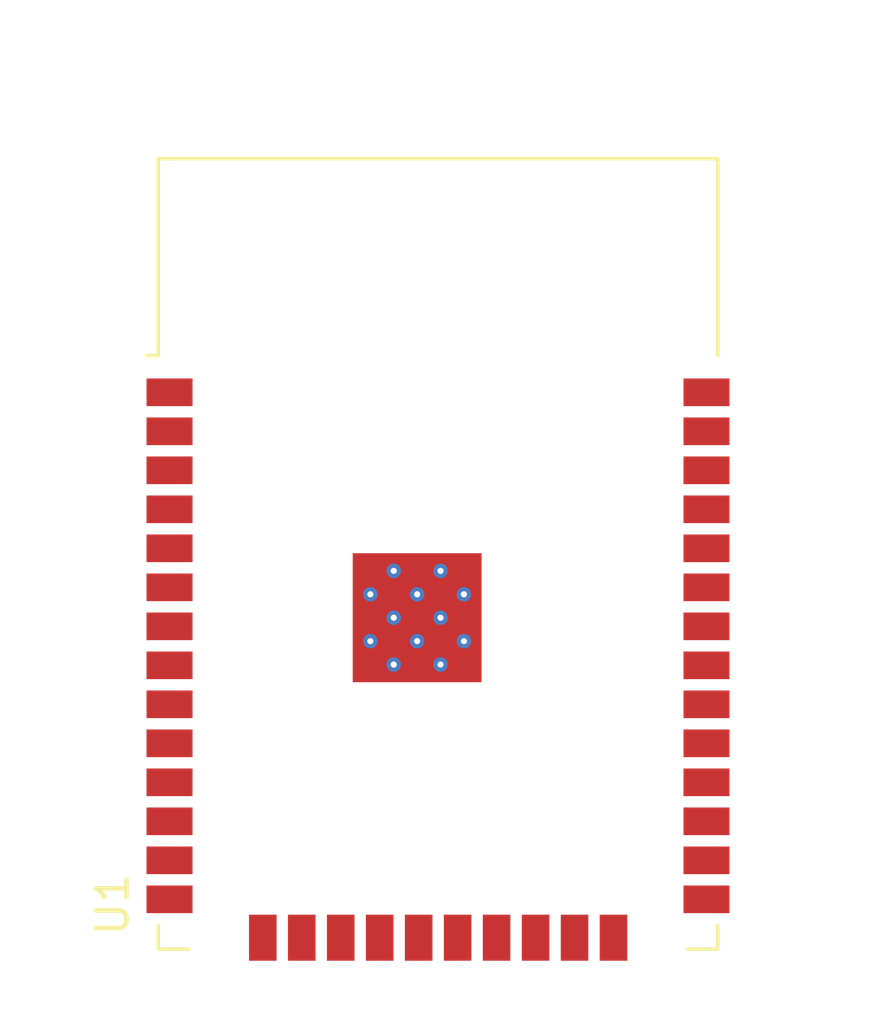
<source format=kicad_pcb>
(kicad_pcb (version 20211014) (generator pcbnew)
  (layers (0 "F.Cu" signal) (31 "B.Cu" signal) (34 "B.Paste" user) (35 "F.Paste" user) (36 "B.SilkS" user "B.Silkscreen") (37 "F.SilkS" user "F.Silkscreen") (38 "B.Mask" user) (39 "F.Mask" user) (44 "Edge.Cuts" user))
  (net 0 "")
  (net 1 "Net-(U1-Pad1)")
  (footprint "RF_Module:ESP32-WROOM-32" (layer "F.Cu") (at 139.7 76.2)
    (fp_text reference "U1" (at -10.61 8.43 90) (layer "F.SilkS"))
    (fp_text value "ESP32-WROOM-32")
    (fp_line (start -9.12 -9.445) (end -9.5 -9.445) (layer "F.SilkS") (width 0.12))
    (fp_line (start -9.12 -15.86) (end -9.12 -9.445) (layer "F.SilkS") (width 0.12))
    (fp_line (start -9.12 9.1) (end -9.12 9.88) (layer "F.SilkS") (width 0.12))
    (fp_line (start -9.12 -15.86) (end 9.12 -15.86) (layer "F.SilkS") (width 0.12))
    (fp_line (start 9.12 9.88) (end 8.12 9.88) (layer "F.SilkS") (width 0.12))
    (fp_line (start -9.12 9.88) (end -8.12 9.88) (layer "F.SilkS") (width 0.12))
    (fp_line (start 9.12 -15.86) (end 9.12 -9.445) (layer "F.SilkS") (width 0.12))
    (fp_line (start 9.12 9.1) (end 9.12 9.88) (layer "F.SilkS") (width 0.12))
    (pad "1" smd rect (at -8.75 -8.25) (size 1.5 0.9) (layers "F.Cu" "F.Paste" "F.Mask") (net 1 "Net-(U1-Pad1)"))
    (pad "2" smd rect (at -8.75 -6.98) (size 1.5 0.9) (layers "F.Cu" "F.Paste" "F.Mask"))
    (pad "3" smd rect (at -8.75 -5.71) (size 1.5 0.9) (layers "F.Cu" "F.Paste" "F.Mask"))
    (pad "4" smd rect (at -8.75 -4.44) (size 1.5 0.9) (layers "F.Cu" "F.Paste" "F.Mask"))
    (pad "5" smd rect (at -8.75 -3.17) (size 1.5 0.9) (layers "F.Cu" "F.Paste" "F.Mask"))
    (pad "6" smd rect (at -8.75 -1.9) (size 1.5 0.9) (layers "F.Cu" "F.Paste" "F.Mask"))
    (pad "7" smd rect (at -8.75 -0.63) (size 1.5 0.9) (layers "F.Cu" "F.Paste" "F.Mask"))
    (pad "8" smd rect (at -8.75 0.64) (size 1.5 0.9) (layers "F.Cu" "F.Paste" "F.Mask"))
    (pad "9" smd rect (at -8.75 1.91) (size 1.5 0.9) (layers "F.Cu" "F.Paste" "F.Mask"))
    (pad "10" smd rect (at -8.75 3.18) (size 1.5 0.9) (layers "F.Cu" "F.Paste" "F.Mask"))
    (pad "11" smd rect (at -8.75 4.45) (size 1.5 0.9) (layers "F.Cu" "F.Paste" "F.Mask"))
    (pad "12" smd rect (at -8.75 5.72) (size 1.5 0.9) (layers "F.Cu" "F.Paste" "F.Mask"))
    (pad "13" smd rect (at -8.75 6.99) (size 1.5 0.9) (layers "F.Cu" "F.Paste" "F.Mask"))
    (pad "14" smd rect (at -8.75 8.26) (size 1.5 0.9) (layers "F.Cu" "F.Paste" "F.Mask"))
    (pad "15" smd rect (at -5.71 9.51 90) (size 1.5 0.9) (layers "F.Cu" "F.Paste" "F.Mask") (net 1 "Net-(U1-Pad1)"))
    (pad "16" smd rect (at -4.44 9.51 90) (size 1.5 0.9) (layers "F.Cu" "F.Paste" "F.Mask"))
    (pad "17" smd rect (at -3.17 9.51 90) (size 1.5 0.9) (layers "F.Cu" "F.Paste" "F.Mask"))
    (pad "18" smd rect (at -1.9 9.51 90) (size 1.5 0.9) (layers "F.Cu" "F.Paste" "F.Mask"))
    (pad "19" smd rect (at -0.63 9.51 90) (size 1.5 0.9) (layers "F.Cu" "F.Paste" "F.Mask"))
    (pad "20" smd rect (at 0.64 9.51 90) (size 1.5 0.9) (layers "F.Cu" "F.Paste" "F.Mask"))
    (pad "21" smd rect (at 1.91 9.51 90) (size 1.5 0.9) (layers "F.Cu" "F.Paste" "F.Mask"))
    (pad "22" smd rect (at 3.18 9.51 90) (size 1.5 0.9) (layers "F.Cu" "F.Paste" "F.Mask"))
    (pad "23" smd rect (at 4.45 9.51 90) (size 1.5 0.9) (layers "F.Cu" "F.Paste" "F.Mask"))
    (pad "24" smd rect (at 5.72 9.51 90) (size 1.5 0.9) (layers "F.Cu" "F.Paste" "F.Mask"))
    (pad "25" smd rect (at 8.75 8.26) (size 1.5 0.9) (layers "F.Cu" "F.Paste" "F.Mask"))
    (pad "26" smd rect (at 8.75 6.99) (size 1.5 0.9) (layers "F.Cu" "F.Paste" "F.Mask"))
    (pad "27" smd rect (at 8.75 5.72) (size 1.5 0.9) (layers "F.Cu" "F.Paste" "F.Mask"))
    (pad "28" smd rect (at 8.75 4.45) (size 1.5 0.9) (layers "F.Cu" "F.Paste" "F.Mask"))
    (pad "29" smd rect (at 8.75 3.18) (size 1.5 0.9) (layers "F.Cu" "F.Paste" "F.Mask"))
    (pad "30" smd rect (at 8.75 1.91) (size 1.5 0.9) (layers "F.Cu" "F.Paste" "F.Mask"))
    (pad "31" smd rect (at 8.75 0.64) (size 1.5 0.9) (layers "F.Cu" "F.Paste" "F.Mask"))
    (pad "32" smd rect (at 8.75 -0.63) (size 1.5 0.9) (layers "F.Cu" "F.Paste" "F.Mask"))
    (pad "33" smd rect (at 8.75 -1.9) (size 1.5 0.9) (layers "F.Cu" "F.Paste" "F.Mask"))
    (pad "34" smd rect (at 8.75 -3.17) (size 1.5 0.9) (layers "F.Cu" "F.Paste" "F.Mask"))
    (pad "35" smd rect (at 8.75 -4.44) (size 1.5 0.9) (layers "F.Cu" "F.Paste" "F.Mask"))
    (pad "36" smd rect (at 8.75 -5.71) (size 1.5 0.9) (layers "F.Cu" "F.Paste" "F.Mask"))
    (pad "37" smd rect (at 8.75 -6.98) (size 1.5 0.9) (layers "F.Cu" "F.Paste" "F.Mask"))
    (pad "38" smd rect (at 8.75 -8.25) (size 1.5 0.9) (layers "F.Cu" "F.Paste" "F.Mask") (net 1 "Net-(U1-Pad1)"))
    (pad "39" smd rect (at -2.205 -0.91) (size 1.05 1.05) (layers "F.Cu" "F.Paste") (net 1 "Net-(U1-Pad1)"))
    (pad "39" thru_hole circle (at 0.845 -0.1475) (size 0.475 0.475) (drill 0.2) (layers *.Cu "F.Mask") (net 1 "Net-(U1-Pad1)"))
    (pad "39" smd rect (at 0.845 0.615) (size 1.05 1.05) (layers "F.Cu" "F.Paste") (net 1 "Net-(U1-Pad1)"))
    (pad "39" smd rect (at -2.205 -2.435) (size 1.05 1.05) (layers "F.Cu" "F.Paste") (net 1 "Net-(U1-Pad1)"))
    (pad "39" thru_hole circle (at -2.205 -1.6725) (size 0.475 0.475) (drill 0.2) (layers *.Cu "F.Mask") (net 1 "Net-(U1-Pad1)"))
    (pad "39" thru_hole circle (at -1.4425 0.615) (size 0.475 0.475) (drill 0.2) (layers *.Cu "F.Mask") (net 1 "Net-(U1-Pad1)"))
    (pad "39" thru_hole circle (at 0.845 -1.6725) (size 0.475 0.475) (drill 0.2) (layers *.Cu "F.Mask") (net 1 "Net-(U1-Pad1)"))
    (pad "39" smd rect (at 0.845 -2.435) (size 1.05 1.05) (layers "F.Cu" "F.Paste") (net 1 "Net-(U1-Pad1)"))
    (pad "39" thru_hole circle (at -1.4425 -2.435) (size 0.475 0.475) (drill 0.2) (layers *.Cu "F.Mask") (net 1 "Net-(U1-Pad1)"))
    (pad "39" smd rect (at -2.205 0.615) (size 1.05 1.05) (layers "F.Cu" "F.Paste") (net 1 "Net-(U1-Pad1)"))
    (pad "39" thru_hole circle (at -0.68 -1.6725) (size 0.475 0.475) (drill 0.2) (layers *.Cu "F.Mask") (net 1 "Net-(U1-Pad1)"))
    (pad "39" smd rect (at -0.68 -0.91) (size 4.2 4.2) (layers "F.Cu" "F.Mask") (net 1 "Net-(U1-Pad1)"))
    (pad "39" thru_hole circle (at 0.0825 0.615) (size 0.475 0.475) (drill 0.2) (layers *.Cu "F.Mask") (net 1 "Net-(U1-Pad1)"))
    (pad "39" smd rect (at -0.68 0.615) (size 1.05 1.05) (layers "F.Cu" "F.Paste") (net 1 "Net-(U1-Pad1)"))
    (pad "39" thru_hole circle (at 0.0825 -2.435) (size 0.475 0.475) (drill 0.2) (layers *.Cu "F.Mask") (net 1 "Net-(U1-Pad1)"))
    (pad "39" thru_hole circle (at -0.68 -0.1475) (size 0.475 0.475) (drill 0.2) (layers *.Cu "F.Mask") (net 1 "Net-(U1-Pad1)"))
    (pad "39" smd rect (at -0.68 -0.91) (size 1.05 1.05) (layers "F.Cu" "F.Paste") (net 1 "Net-(U1-Pad1)"))
    (pad "39" smd rect (at -0.68 -2.435) (size 1.05 1.05) (layers "F.Cu" "F.Paste") (net 1 "Net-(U1-Pad1)"))
    (pad "39" smd rect (at 0.845 -0.91) (size 1.05 1.05) (layers "F.Cu" "F.Paste") (net 1 "Net-(U1-Pad1)"))
    (pad "39" thru_hole circle (at -2.205 -0.1475) (size 0.475 0.475) (drill 0.2) (layers *.Cu "F.Mask") (net 1 "Net-(U1-Pad1)"))
    (pad "39" thru_hole circle (at -1.4425 -0.91) (size 0.475 0.475) (drill 0.2) (layers *.Cu "F.Mask") (net 1 "Net-(U1-Pad1)"))
    (pad "39" thru_hole circle (at 0.0825 -0.91) (size 0.475 0.475) (drill 0.2) (layers *.Cu "F.Mask") (net 1 "Net-(U1-Pad1)"))
  )
)
</source>
